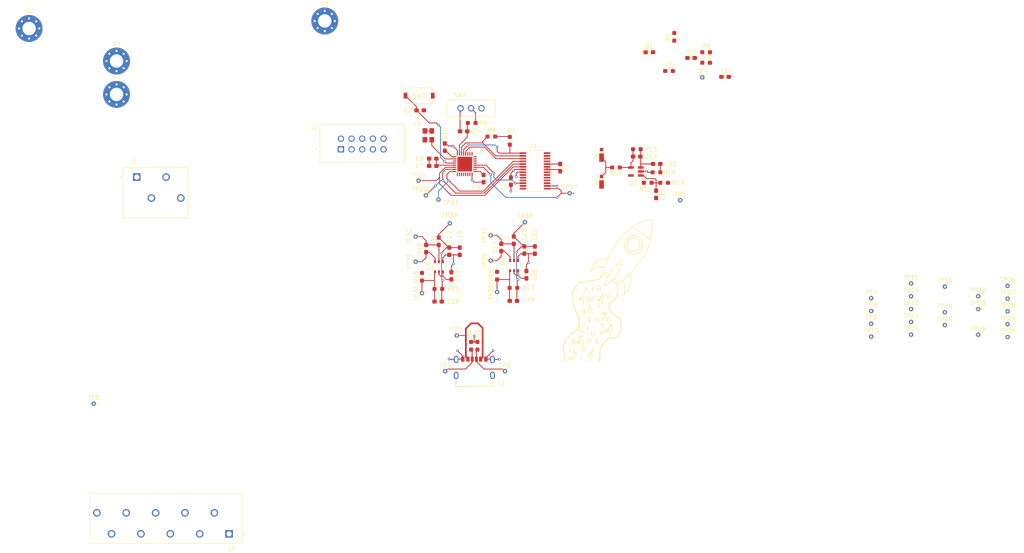
<source format=kicad_pcb>
(kicad_pcb (version 20241229) (generator "pcbnew") (generator_version "9.0")
  (layers (0 "F.Cu" signal) (2 "B.Cu" signal) (13 "F.Paste" user) (15 "B.Paste" user) (5 "F.SilkS" user "F.Silkscreen") (7 "B.SilkS" user "B.Silkscreen") (1 "F.Mask" user) (3 "B.Mask" user) (25 "Edge.Cuts" user))
  (net 0 "")
  (net 1 "GND")
  (net 2 "/VSUP")
  (net 3 "/JACK_IN")
  (net 4 "Net-(C11-Pad2)")
  (net 5 "Net-(C12-Pad2)")
  (net 6 "/GUITAR1")
  (net 7 "/GUITAR4")
  (net 8 "Net-(C12-Pad1)")
  (net 9 "Net-(C13-Pad1)")
  (net 10 "/VIN")
  (net 11 "Net-(D1-A)")
  (net 12 "/OPAMP_OUT")
  (net 13 "Net-(J1-Pad3)")
  (net 14 "Net-(J2-CC1)")
  (net 15 "Net-(J2-CC2)")
  (net 16 "/LED")
  (net 17 "/JACK_OUT")
  (net 19 "/SWDIO")
  (net 21 "/SWCLK")
  (net 22 "/STRST")
  (net 24 "/V5A")
  (net 25 "Net-(R2-Pad1)")
  (net 26 "Net-(R8-Pad1)")
  (net 27 "Net-(U1-PC14-OSC32_1N)")
  (net 28 "/BLCK")
  (net 29 "/WSCLK")
  (net 30 "/SYSCLK")
  (net 31 "Net-(U1-PH3{slash}BOOT0)")
  (net 32 "/I2C_SCLK")
  (net 33 "/GUITAR2")
  (net 35 "/GUITAR3")
  (net 45 "/I2C_SDA")
  (net 46 "/VCOM")
  (net 55 "Net-(U5-BST)")
  (net 56 "Net-(U5-SW)")
  (net 57 "/Digital Voltage Regulator/FB")
  (net 58 "/V3P3D")
  (net 60 "/CRST")
  (net 65 "/Analog Voltage Regulator/FB")
  (net 66 "Net-(U4-SW)")
  (net 67 "Net-(U4-BST)")
  (footprint "Capacitor_SMD:C_0603_1608Metric_Pad1.08x0.95mm_HandSolder" (layer "F.Cu") (at 187.8875 89.8625)
    (property "Reference" "C12")
    (property "Value" "10u")
  )
  (footprint "TestPoint:TestPoint_THTPad_D1.0mm_Drill0.5mm" (layer "F.Cu") (at 131.955001 120.662499 90)
    (property "Reference" "TP31")
    (property "Value" "Test Point")
  )
  (footprint "Capacitor_SMD:C_0603_1608Metric_Pad1.08x0.95mm_HandSolder" (layer "F.Cu") (at 132.955001 110.024999 90)
    (property "Reference" "C16")
    (property "Value" "100n")
  )
  (footprint "Project_Components:ASE24LRT" (layer "F.Cu") (at 133.15 83.1 -90)
    (property "Reference" "Y1")
    (property "Value" "ASE24LRT")
  )
  (footprint "Capacitor_SMD:C_0603_1608Metric_Pad1.08x0.95mm_HandSolder" (layer "F.Cu") (at 141.9 82.1 180)
    (property "Reference" "C5")
    (property "Value" "100n")
  )
  (footprint "TestPoint:TestPoint_THTPad_D1.0mm_Drill0.5mm" (layer "F.Cu") (at 137.5 139.25)
    (property "Reference" "TP3")
    (property "Value" "Test Point")
  )
  (footprint "LOGO" (layer "F.Cu") (at 178.504245 117.09289)
    (property "Reference" "G**" (hide yes))
    (property "Value" "LOGO" (hide yes))
  )
  (footprint "TestPoint:TestPoint_THTPad_D1.0mm_Drill0.5mm" (layer "F.Cu") (at 248.5 118.35)
    (property "Reference" "TP11")
    (property "Value" "Test Point")
  )
  (footprint "Resistor_SMD:R_0603_1608Metric_Pad0.98x0.95mm_HandSolder" (layer "F.Cu") (at 190.8275 67.72)
    (property "Reference" "R5")
    (property "Value" "47")
  )
  (footprint "Capacitor_SMD:C_0603_1608Metric_Pad1.08x0.95mm_HandSolder" (layer "F.Cu") (at 134.5375 90.35 180)
    (property "Reference" "C7")
    (property "Value" "10n")
  )
  (footprint "TestPoint:TestPoint_THTPad_D1.0mm_Drill0.5mm" (layer "F.Cu") (at 132.9 97.35)
    (property "Reference" "TP20")
    (property "Value" "Test Point")
  )
  (footprint "Capacitor_SMD:C_0603_1608Metric_Pad1.08x0.95mm_HandSolder" (layer "F.Cu") (at 150.845 109.7625 90)
    (property "Reference" "C17")
    (property "Value" "100n")
  )
  (footprint "TestPoint:TestPoint_THTPad_D1.0mm_Drill0.5mm" (layer "F.Cu") (at 167.15 96.85)
    (property "Reference" "TP17")
    (property "Value" "Test Point")
  )
  (footprint "TestPoint:TestPoint_THTPad_D1.0mm_Drill0.5mm" (layer "F.Cu") (at 130.455001 107.162499 90)
    (property "Reference" "TP32")
    (property "Value" "Test Point")
  )
  (footprint "TestPoint:TestPoint_THTPad_D1.0mm_Drill0.5mm" (layer "F.Cu") (at 248.5 130.55)
    (property "Reference" "TP15")
    (property "Value" "Test Point")
  )
  (footprint "Resistor_SMD:R_0603_1608Metric_Pad0.98x0.95mm_HandSolder" (layer "F.Cu") (at 131.955001 116.749999 90)
    (property "Reference" "R16")
    (property "Value" "30k")
  )
  (footprint "Capacitor_SMD:C_0603_1608Metric_Pad1.08x0.95mm_HandSolder" (layer "F.Cu") (at 183.1375 88.1125 180)
    (property "Reference" "C13")
    (property "Value" "1n")
  )
  (footprint "TestPoint:TestPoint_THTPad_D1.0mm_Drill0.5mm" (layer "F.Cu") (at 239 124.9)
    (property "Reference" "TP8")
    (property "Value" "Test Point")
  )
  (footprint "TestPoint:TestPoint_THTPad_D1.0mm_Drill0.5mm" (layer "F.Cu") (at 239 127.95)
    (property "Reference" "TP9")
    (property "Value" "Test Point")
  )
  (footprint "TestPoint:TestPoint_THTPad_D1.0mm_Drill0.5mm" (layer "F.Cu") (at 140.25 130.75)
    (property "Reference" "TP1")
    (property "Value" "Test Point")
  )
  (footprint "TestPoint:TestPoint_THTPad_D1.0mm_Drill0.5mm" (layer "F.Cu") (at 53.75 147)
    (property "Reference" "TP5")
    (property "Value" "Test Point")
  )
  (footprint "TestPoint:TestPoint_THTPad_D1.0mm_Drill0.5mm" (layer "F.Cu") (at 248.5 124.45)
    (property "Reference" "TP13")
    (property "Value" "Test Point")
  )
  (footprint "Capacitor_SMD:C_0603_1608Metric_Pad1.08x0.95mm_HandSolder" (layer "F.Cu") (at 158.855 110.4 -90)
    (property "Reference" "C21")
    (property "Value" "22u")
  )
  (footprint "TestPoint:TestPoint_THTPad_D1.0mm_Drill0.5mm" (layer "F.Cu") (at 256.55 119.11)
    (property "Reference" "TP16")
    (property "Value" "Test Point")
  )
  (footprint "Capacitor_SMD:C_0603_1608Metric_Pad1.08x0.95mm_HandSolder" (layer "F.Cu") (at 138.455001 110.662499 -90)
    (property "Reference" "C22")
    (property "Value" "22u")
  )
  (footprint "Project_Components:PTS636" (layer "F.Cu") (at 131.2875 73.6 180)
    (property "Reference" "SW3")
    (property "Value" "PTS636")
  )
  (footprint "Diode_SMD:D_0603_1608Metric_Pad1.05x0.95mm_HandSolder" (layer "F.Cu") (at 186.125 63.25)
    (property "Reference" "D1")
    (property "Value" "D")
  )
  (footprint "TestPoint:TestPoint_THTPad_D1.0mm_Drill0.5mm" (layer "F.Cu") (at 271.5 121.95)
    (property "Reference" "TP27")
    (property "Value" "Test Point")
  )
  (footprint "Resistor_SMD:R_0603_1608Metric_Pad0.98x0.95mm_HandSolder" (layer "F.Cu") (at 143.8125 80.1 180)
    (property "Reference" "R8")
    (property "Value" "10k")
  )
  (footprint "MountingHole:MountingHole_3.2mm_M3_Pad_Via" (layer "F.Cu") (at 38.352944 57.587056)
    (property "Reference" "H2")
    (property "Value" "MountingHole_Pad")
  )
  (footprint "Project_Components:TBL002A-10" (layer "F.Cu") (at 86 178 180)
    (property "Reference" "J3")
    (property "Value" "TBL002A-10")
  )
  (footprint "Resistor_SMD:R_0603_1608Metric_Pad0.98x0.95mm_HandSolder" (layer "F.Cu") (at 149.845 116.4875 90)
    (property "Reference" "R18")
    (property "Value" "62K")
  )
  (footprint "Project_Components:LMV321LILT" (layer "F.Cu") (at 182.925 91.6625 180)
    (property "Reference" "U3")
    (property "Value" "LMV321LILT")
  )
  (footprint "TestPoint:TestPoint_THTPad_D1.0mm_Drill0.5mm" (layer "F.Cu") (at 198.75 69.25)
    (property "Reference" "TP4")
    (property "Value" "Test Point")
  )
  (footprint "Resistor_SMD:R_0603_1608Metric_Pad0.98x0.95mm_HandSolder" (layer "F.Cu") (at 183.1625 86.3625)
    (property "Reference" "R13")
    (property "Value" "4.7k")
  )
  (footprint "TestPoint:TestPoint_THTPad_D1.0mm_Drill0.5mm" (layer "F.Cu") (at 148.345 112.9 90)
    (property "Reference" "TP36")
    (property "Value" "Test Point")
  )
  (footprint "Project_Components:STM32L432KCU6" (layer "F.Cu") (at 142.15 89.915)
    (property "Reference" "U1")
    (property "Value" "STM32L432KCU6")
  )
  (footprint "TestPoint:TestPoint_THTPad_D1.0mm_Drill0.5mm" (layer "F.Cu") (at 271.5 131.1)
    (property "Reference" "TP30")
    (property "Value" "Test Point")
  )
  (footprint "TestPoint:TestPoint_THTPad_D1.0mm_Drill0.5mm" (layer "F.Cu") (at 135.9 98.35)
    (property "Reference" "TP21")
    (property "Value" "Test Point")
  )
  (footprint "Capacitor_SMD:C_0603_1608Metric_Pad1.08x0.95mm_HandSolder" (layer "F.Cu") (at 156.355 110.375 -90)
    (property "Reference" "C23")
    (property "Value" "22u")
  )
  (footprint "Resistor_SMD:R_0603_1608Metric_Pad0.98x0.95mm_HandSolder" (layer "F.Cu") (at 145.17 133.1875 90)
    (property "Reference" "R3")
    (property "Value" "5.1k")
  )
  (footprint "Project_Components:MSS1P4-M3_89A" (layer "F.Cu") (at 174.75 87.7125 90)
    (property "Reference" "D3")
    (property "Value" "MSS1P4-M3_89A")
  )
  (footprint "TestPoint:TestPoint_THTPad_D1.0mm_Drill0.5mm" (layer "F.Cu") (at 193.5 98.5)
    (property "Reference" "TP6")
    (property "Value" "Test Point")
  )
  (footprint "TestPoint:TestPoint_THTPad_D1.0mm_Drill0.5mm" (layer "F.Cu") (at 264.5 124.45)
    (property "Reference" "TP23")
    (property "Value" "Test Point")
  )
  (footprint "TestPoint:TestPoint_THTPad_D1.0mm_Drill0.5mm" (layer "F.Cu") (at 248.5 127.5)
    (property "Reference" "TP14")
    (property "Value" "Test Point")
  )
  (footprint "TestPoint:TestPoint_THTPad_D1.0mm_Drill0.5mm" (layer "F.Cu") (at 131.15 93.85)
    (property "Reference" "TP24")
    (property "Value" "Test Point")
  )
  (footprint "Project_Components:USB-C (power only)" (layer "F.Cu") (at 144.43 139.45)
    (property "Reference" "J2")
    (property "Value" "USB4125-GF-A")
  )
  (footprint "Resistor_SMD:R_0603_1608Metric_Pad0.98x0.95mm_HandSolder" (layer "F.Cu") (at 185.75 94.3625)
    (property "Reference" "R11")
    (property "Value" "10k")
  )
  (footprint "Inductor_SMD:L_0603_1608Metric_Pad1.05x0.95mm_HandSolder" (layer "F.Cu") (at 135.955001 108.287499 90)
    (property "Reference" "L1")
    (property "Value" "10u")
  )
  (footprint "Inductor_SMD:L_0603_1608Metric_Pad1.05x0.95mm_HandSolder" (layer "F.Cu") (at 153.845 108.025 90)
    (property "Reference" "L2")
    (property "Value" "6.8u")
  )
  (footprint "TestPoint:TestPoint_THTPad_D1.0mm_Drill0.5mm" (layer "F.Cu") (at 239 131)
    (property "Reference" "TP10")
    (property "Value" "Test Point")
  )
  (footprint "Project_Components:SBH11-PBPC-D05-ST-BK" (layer "F.Cu") (at 117.73 85.12)
    (property "Reference" "J4")
    (property "Value" "SBH11-PBPC-D05-ST-BK")
  )
  (footprint "Capacitor_SMD:C_0603_1608Metric_Pad1.08x0.95mm_HandSolder" (layer "F.Cu") (at 196.0825 64.61)
    (property "Reference" "C1")
    (property "Value" "100n")
  )
  (footprint "Resistor_SMD:R_0603_1608Metric_Pad0.98x0.95mm_HandSolder" (layer "F.Cu") (at 152.9 84.35 -90)
    (property "Reference" "R7")
    (property "Value" "4.7k")
  )
  (footprint "TestPoint:TestPoint_THTPad_D1.0mm_Drill0.5mm" (layer "F.Cu") (at 156.494999 103.750001)
    (property "Reference" "TP38")
    (property "Value" "Test Point")
  )
  (footprint "TestPoint:TestPoint_THTPad_D1.0mm_Drill0.5mm" (layer "F.Cu") (at 149.845 120.4 90)
    (property "Reference" "TP35")
    (property "Value" "Test Point")
  )
  (footprint "Capacitor_SMD:C_0603_1608Metric_Pad1.08x0.95mm_HandSolder" (layer "F.Cu") (at 153.7425 122.5125 180)
    (property "Reference" "C19")
    (property "Value" "100p")
  )
  (footprint "TestPoint:TestPoint_THTPad_D1.0mm_Drill0.5mm" (layer "F.Cu") (at 138.605 104.0125 90)
    (property "Reference" "TP34")
    (property "Value" "Test Point")
  )
  (footprint "Resistor_SMD:R_0603_1608Metric_Pad0.98x0.95mm_HandSolder" (layer "F.Cu") (at 148.4875 83.35 180)
    (property "Reference" "R9")
    (property "Value" "4.7k")
  )
  (footprint "MountingHole:MountingHole_3.2mm_M3_Pad_Via" (layer "F.Cu") (at 108.802944 55.802944)
    (property "Reference" "H3")
    (property "Value" "MountingHole_Pad")
  )
  (footprint "Capacitor_SMD:C_0603_1608Metric_Pad1.08x0.95mm_HandSolder" (layer "F.Cu") (at 140.965001 110.662499 -90)
    (property "Reference" "C20")
    (property "Value" "22u")
  )
  (footprint "Resistor_SMD:R_0603_1608Metric_Pad0.98x0.95mm_HandSolder" (layer "F.Cu") (at 153.7575 119.4 180)
    (property "Reference" "R17")
    (property "Value" "196K")
  )
  (footprint "Capacitor_SMD:C_0603_1608Metric_Pad1.08x0.95mm_HandSolder" (layer "F.Cu") (at 137.4 85.85 90)
    (property "Reference" "C10")
    (property "Value" "4.7u")
  )
  (footprint "TestPoint:TestPoint_THTPad_D1.0mm_Drill0.5mm" (layer "F.Cu") (at 239 121.85)
    (property "Reference" "TP7")
    (property "Value" "Test Point")
  )
  (footprint "TestPoint:TestPoint_THTPad_D1.0mm_Drill0.5mm" (layer "F.Cu") (at 248.5 121.4)
    (property "Reference" "TP12")
    (property "Value" "Test Point")
  )
  (footprint "TestPoint:TestPoint_THTPad_D1.0mm_Drill0.5mm" (layer "F.Cu") (at 271.5 118.9)
    (property "Reference" "TP26")
    (property "Value" "Test Point")
  )
  (footprint "Project_Components:PCM3060PWR" (layer "F.Cu") (at 158.9 91.525)
    (property "Reference" "U2")
    (property "Value" "PCM3060PWR")
  )
  (footprint "Capacitor_SMD:C_0603_1608Metric_Pad1.08x0.95mm_HandSolder" (layer "F.Cu") (at 164.9 90.7375 -90)
    (property "Reference" "C3")
    (property "Value" "100n")
  )
  (footprint "TestPoint:TestPoint_THTPad_D1.0mm_Drill0.5mm" (layer "F.Cu") (at 264.5 130.55)
    (property "Reference" "TP25")
    (property "Value" "Test Point")
  )
  (footprint "TestPoint:TestPoint_THTPad_D1.0mm_Drill0.5mm" (layer "F.Cu") (at 264.5 121.4)
    (property "Reference" "TP22")
    (property "Value" "Test Point")
  )
  (footprint "Resistor_SMD:R_0603_1608Metric_Pad0.98x0.95mm_HandSolder" (layer "F.Cu") (at 199.6625 65.75)
    (property "Reference" "R2")
    (property "Value" "47")
  )
  (footprint "TestPoint:TestPoint_THTPad_D1.0mm_Drill0.5mm" (layer "F.Cu") (at 151.75 139.25)
    (property "Reference" "TP2")
    (property "Value" "Test Point")
  )
  (footprint "Project_Components:MSS1P4-M3_89A" (layer "F.Cu") (at 174.75 94.1125 90)
    (property "Reference" "D2")
    (property "Value" "MSS1P4-M3_89A")
  )
  (footprint "Resistor_SMD:R_0603_1608Metric_Pad0.98x0.95mm_HandSolder" (layer "F.Cu") (at 187.8375 91.8625)
    (property "Reference" "R10")
    (property "Value" "1k")
  )
  (footprint "Capacitor_SMD:C_0603_1608Metric_Pad1.08x0.95mm_HandSolder" (layer "F.Cu") (at 204.185 69.115)
    (property "Reference" "C6")
    (property "Value" "100n")
  )
  (footprint "Project_Components:EG1218" (layer "F.Cu") (at 143.65 76.6)
    (property "Reference" "SW4")
    (property "Value" "EG1218")
  )
  (footprint "MountingHole:MountingHole_3.2mm_M3_Pad_Via" (layer "F.Cu") (at 59.1875 73.3)
    (property "Reference" "H1")
    (property "Value" "MountingHole_Pad")
  )
  (footprint "TestPoint:TestPoint_THTPad_D1.0mm_Drill0.5mm" (layer "F.Cu") (at 148.345 106.9 90)
    (property "Reference" "TP37")
    (property "Value" "Test Point")
  )
  (footprint "Capacitor_SMD:C_0603_1608Metric_Pad1.08x0.95mm_HandSolder" (layer "F.Cu") (at 134.5375 88.6 180)
    (property "Reference" "C9")
    (property "Value" "1u")
  )
  (footprint "TestPoint:TestPoint_THTPad_D1.0mm_Drill0.5mm" (layer "F.Cu") (at 256.55 128.26)
    (property "Reference" "TP19")
    (property "Value" "Test Point")
  )
  (footprint "Resistor_SMD:R_0603_1608Metric_Pad0.98x0.95mm_HandSolder" (layer "F.Cu") (at 135.867501 119.662499 180)
    (property "Reference" "R15")
    (property "Value" "157k")
  )
  (footprint "TestPoint:TestPoint_THTPad_D1.0mm_Drill0.5mm" (layer "F.Cu") (at 271.5 128.05)
    (property "Reference" "TP29")
    (property "Value" "Test Point")
  )
  (footprint "Project_Components:AP63200WU_7" (layer "F.Cu") (at 136.005 114.362649 90)
    (property "Reference" "U4")
    (property "Value" "AP63200WU-7")
  )
  (footprint "Project_Components:TBL002A-4" (layer "F.Cu") (at 64 93)
    (property "Reference" "J1")
    (property "Value" "TBL002A-4")
  )
  (footprint "Capacitor_SMD:C_0603_1608Metric_Pad1.08x0.95mm_HandSolder" (layer "F.Cu") (at 138.955001 116.524999 90)
    (property "Reference" "C14")
    (property "Value" "10u")
  )
  (footprint "Resistor_SMD:R_0603_1608Metric_Pad0.98x0.95mm_HandSolder" (layer "F.Cu") (at 178.1875 90.7125 180)
    (property "Reference" "R14")
    (property "Value" "1k")
  )
  (footprint "Resistor_SMD:R_0603_1608Metric_Pad0.98x0.95mm_HandSolder" (layer "F.Cu") (at 192.075 59.5875 90)
    (property "Reference" "R1")
    (property "Value" "47")
  )
  (footprint "TestPoint:TestPoint_THTPad_D1.0mm_Drill0.5mm" (layer "F.Cu") (at 271.5 125)
    (property "Reference" "TP28")
    (property "Value" "Test Point")
  )
  (footprint "Resistor_SMD:R_0603_1608Metric_Pad0.98x0.95mm_HandSolder" (layer "F.Cu") (at 199.6625 63.24)
    (property "Reference" "R6")
    (property "Value" "10k")
  )
  (footprint "Capacitor_SMD:C_0603_1608Metric_Pad1.08x0.95mm_HandSolder" (layer "F.Cu") (at 156.845 116.2625 90)
    (property "Reference" "C15")
    (property "Value" "10u")
  )
  (footprint "Capacitor_SMD:C_0603_1608Metric_Pad1.08x0.95mm_HandSolder" (layer "F.Cu") (at 135.817501 122.662499 180)
    (property "Reference" "C18")
    (property "Value" "100p")
  )
  (footprint "Capacitor_SMD:C_0603_1608Metric_Pad1.08x0.95mm_HandSolder" (layer "F.Cu") (at 131.5375 77.1)
    (property "Reference" "C2")
    (property "Value" "100n")
  )
  (footprint "Resistor_SMD:R_0603_1608Metric_Pad0.98x0.95mm_HandSolder" (layer "F.Cu") (at 189.6625 94.3625)
    (property "Reference" "R12")
    (property "Value" "10k")
  )
  (footprint "Capacitor_SMD:C_0603_1608Metric_Pad1.08x0.95mm_HandSolder" (layer "F.Cu") (at 146.65 93.35 -90)
    (property "Reference" "C8")
    (property "Value" "10n")
  )
  (footprint "Capacitor_SMD:C_0603_1608Metric_Pad1.08x0.95mm_HandSolder" (layer "F.Cu") (at 153.15 93.9625 -90)
    (property "Reference" "C4")
    (property "Value" "100n")
  )
  (footprint "Project_Components:AP63200WU_7" (layer "F.Cu") (at 153.904999 114.10015 90)
    (property "Reference" "U5")
    (property "Value" "AP63200WU-7")
  )
  (footprint "MountingHole:MountingHole_3.2mm_M3_Pad_Via" (layer "F.Cu") (at 59.1875 65.35)
    (property "Reference" "H4")
    (property "Value" "MountingHole_Pad")
  )
  (footprint "Capacitor_SMD:C_0603_1608Metric_Pad1.08x0.95mm_HandSolder" (layer "F.Cu") (at 187.75 97.1125 90)
    (property "Reference" "C11")
    (property "Value" "1u")
  )
  (footprint "Resistor_SMD:R_0603_1608Metric_Pad0.98x0.95mm_HandSolder" (layer "F.Cu") (at 143.67 133.1875 -90)
    (property "Reference" "R4")
    (property "Value" "5.1k")
  )
  (footprint "TestPoint:TestPoint_THTPad_D1.0mm_Drill0.5mm" (layer "F.Cu") (at 256.55 125.21)
    (property "Reference" "TP18")
    (property "Value" "Test Point")
  )
  (footprint "TestPoint:TestPoint_THTPad_D1.0mm_Drill0.5mm" (layer "F.Cu") (at 130.455001 113.162499 90)
    (property "Reference" "TP33")
    (property "Value" "Test Point")
  )
  (segment (start 185.75 91.8625) (end 185.5 91.6125) (width 0.2) (layer "F.Cu") (net 1))
  (segment (start 140.4 86.6) (end 139.4 85.6) (width 0.2) (layer "F.Cu") (net 1))
  (segment (start 136.955001 112.162499) (end 137.592501 111.524999) (width 0.2) (layer "F.Cu") (net 1))
  (segment (start 154.4 92.1) (end 154.65 91.85) (width 0.2) (layer "F.Cu") (net 1))
  (segment (start 136.955001 113.162499) (end 136.955001 112.162499) (width 0.2) (layer "F.Cu") (net 1))
  (segment (start 154.845 112.9) (end 154.845 111.9) (width 0.2) (layer "F.Cu") (net 1))
  (segment (start 161.77 90.55) (end 161.77 91.2) (width 0.2) (layer "F.Cu") (net 1))
  (segment (start 148.92 134.35) (end 147.18 136.09) (width 0.2) (layer "F.Cu") (net 1))
  (segment (start 157.345 111.2625) (end 156.345 111.2625) (width 0.2) (layer "F.Cu") (net 1))
  (segment (start 144.42 132.275) (end 144.42 130.85) (width 0.2) (layer "F.Cu") (net 1))
  (segment (start 143.9 92.35) (end 143.9 93.75) (width 0.2) (layer "F.Cu") (net 1))
  (segment (start 138.2625 85.6) (end 137.65 84.9875) (width 0.2) (layer "F.Cu") (net 1))
  (segment (start 156.845 113.9) (end 157.345 113.4) (width 0.2) (layer "F.Cu") (net 1))
  (segment (start 139.455001 111.524999) (end 139.455001 113.662499) (width 0.2) (layer "F.Cu") (net 1))
  (segment (start 141.0375 77.4625) (end 141.15 77.35) (width 0.2) (layer "F.Cu") (net 1))
  (segment (start 164.075735 95.1) (end 164.125735 95.15) (width 0.2) (layer "F.Cu") (net 1))
  (segment (start 140.42 134.35) (end 141.68 135.61) (width 0.2) (layer "F.Cu") (net 1))
  (segment (start 161.77 95.1) (end 164.075735 95.1) (width 0.2) (layer "F.Cu") (net 1))
  (segment (start 154.4 92.85) (end 154.4 92.1) (width 0.2) (layer "F.Cu") (net 1))
  (segment (start 143.67 132.275) (end 144.42 132.275) (width 0.2) (layer "F.Cu") (net 1))
  (segment (start 144.3625 94.2125) (end 143.9 93.75) (width 0.2) (layer "F.Cu") (net 1))
  (segment (start 146.65 94.2125) (end 144.3625 94.2125) (width 0.2) (layer "F.Cu") (net 1))
  (segment (start 138.955001 115.662499) (end 138.955001 114.162499) (width 0.2) (layer "F.Cu") (net 1))
  (segment (start 139.455001 111.524999) (end 138.455001 111.524999) (width 0.2) (layer "F.Cu") (net 1))
  (segment (start 140.11 136.45) (end 138.52 136.45) (width 0.2) (layer "F.Cu") (net 1))
  (segment (start 137.65 84.9875) (end 137.4 84.9875) (width 0.2) (layer "F.Cu") (net 1))
  (segment (start 141.85 136.37) (end 141.92 136.3) (width 0.2) (layer "F.Cu") (net 1))
  (segment (start 137.592501 111.524999) (end 138.455001 111.524999) (width 0.2) (layer "F.Cu") (net 1))
  (segment (start 156.845 115.4) (end 156.845 113.9) (width 0.2) (layer "F.Cu") (net 1))
  (segment (start 133.675 90.35) (end 133.675 88.6) (width 0.2) (layer "F.Cu") (net 1))
  (segment (start 144.42 132.275) (end 145.17 132.275) (width 0.2) (layer "F.Cu") (net 1))
  (segment (start 148.84 136.37) (end 148.92 136.45) (width 0.2) (layer "F.Cu") (net 1))
  (segment (start 138.52 136.45) (end 138.42 136.35) (width 0.2) (layer "F.Cu") (net 1))
  (segment (start 184.1 91.6625) (end 185.45 91.6625) (width 0.2) (layer "F.Cu") (net 1))
  (segment (start 147.18 136.09) (end 147.18 136.37) (width 0.2) (layer "F.Cu") (net 1))
  (segment (start 138.955001 114.162499) (end 139.455001 113.662499) (width 0.2) (layer "F.Cu") (net 1))
  (segment (start 139.4 85.6) (end 138.2625 85.6) (width 0.2) (layer "F.Cu") (net 1))
  (segment (start 147.35 136.37) (end 148.84 136.37) (width 0.2) (layer "F.Cu") (net 1))
  (segment (start 140.965001 111.524999) (end 139.455001 111.524999) (width 0.2) (layer "F.Cu") (net 1))
  (segment (start 185.45 91.6625) (end 185.5 91.6125) (width 0.2) (layer "F.Cu") (net 1))
  (segment (start 153.15 94.825) (end 153.15 96.35) (width 0.2) (layer "F.Cu") (net 1))
  (segment (start 141.0375 82.1) (end 141.0375 77.4625) (width 0.2) (layer "F.Cu") (net 1))
  (segment (start 154.65 91.85) (end 156.03 91.85) (width 0.2) (layer "F.Cu") (net 1))
  (segment (start 141.15 77.35) (end 141.15 76.6) (width 0.2) (layer "F.Cu") (net 1))
  (segment (start 157.345 111.2625) (end 157.345 113.4) (width 0.2) (layer "F.Cu") (net 1))
  (segment (start 155.4825 111.2625) (end 156.345 111.2625) (width 0.2) (layer "F.Cu") (net 1))
  (segment (start 141.85 136.37) (end 140.36 136.37) (width 0.2) (layer "F.Cu") (net 1))
  (segment (start 164.5 91.2) (end 161.77 91.2) (width 0.2) (layer "F.Cu") (net 1))
  (segment (start 140.36 136.37) (end 140.28 136.45) (width 0.2) (layer "F.Cu") (net 1))
  (segment (start 140.4 87.48) (end 140.4 86.6) (width 0.2) (layer "F.Cu") (net 1))
  (segment (start 186.925 91.8625) (end 185.75 91.8625) (width 0.2) (layer "F.Cu") (net 1))
  (segment (start 141.68 135.61) (end 141.68 136.37) (width 0.2) (layer "F.Cu") (net 1))
  (segment (start 154.845 111.9) (end 155.4825 111.2625) (width 0.2) (layer "F.Cu") (net 1))
  (segment (start 150.42 136.45) (end 148.75 136.45) (width 0.2) (layer "F.Cu") (net 1))
  (segment (start 164.9 91.6) (end 164.5 91.2) (width 0.2) (layer "F.Cu") (net 1))
  (segment (start 158.855 111.2625) (end 157.345 111.2625) (width 0.2) (layer "F.Cu") (net 1))
  (via (at 139.455001 113.662499) (size 0.6) (drill 0.3) (layers "F.Cu" "B.Cu") (net 1))
  (via (at 144.42 130.85) (size 0.6) (drill 0.3) (layers "F.Cu" "B.Cu") (net 1))
  (via (at 157.345 113.4) (size 0.6) (drill 0.3) (layers "F.Cu" "B.Cu") (net 1))
  (via (at 154.4 92.85) (size 0.6) (drill 0.3) (layers "F.Cu" "B.Cu") (net 1))
  (via (at 185.5 91.6125) (size 0.6) (drill 0.3) (layers "F.Cu" "B.Cu") (net 1))
  (via (at 148.92 134.35) (size 0.6) (drill 0.3) (layers "F.Cu" "B.Cu") (net 1))
  (via (at 140.42 134.35) (size 0.6) (drill 0.3) (layers "F.Cu" "B.Cu") (net 1))
  (via (at 138.42 136.35) (size 0.6) (drill 0.3) (layers "F.Cu" "B.Cu") (net 1))
  (via (at 143.9 93.75) (size 0.6) (drill 0.3) (layers "F.Cu" "B.Cu") (net 1))
  (via (at 153.15 96.35) (size 0.6) (drill 0.3) (layers "F.Cu" "B.Cu") (net 1))
  (via (at 139.4 85.6) (size 0.6) (drill 0.3) (layers "F.Cu" "B.Cu") (net 1))
  (via (at 150.42 136.45) (size 0.6) (drill 0.3) (layers "F.Cu" "B.Cu") (net 1))
  (via (at 164.125735 95.15) (size 0.6) (drill 0.3) (layers "F.Cu" "B.Cu") (net 1))
  (segment (start 142.91 136.37) (end 142.42 135.88) (width 0.4) (layer "F.Cu") (net 2))
  (segment (start 142.42 129.1) (end 143.67 127.85) (width 0.4) (layer "F.Cu") (net 2))
  (segment (start 140.25 130.75) (end 142.42 130.75) (width 0.2) (layer "F.Cu") (net 2))
  (segment (start 146.42 135.9) (end 145.95 136.37) (width 0.4) (layer "F.Cu") (net 2))
  (segment (start 142.42 130.75) (end 142.42 129.1) (width 0.4) (layer "F.Cu") (net 2))
  (segment (start 146.42 128.975) (end 146.42 135.9) (width 0.4) (layer "F.Cu") (net 2))
  (segment (start 145.295 127.85) (end 146.42 128.975) (width 0.4) (layer "F.Cu") (net 2))
  (segment (start 142.42 135.88) (end 142.42 130.75) (width 0.4) (layer "F.Cu") (net 2))
  (segment (start 143.67 127.85) (end 145.295 127.85) (width 0.4) (layer "F.Cu") (net 2))
  (segment (start 187.75 94.3625) (end 187.75 93.6125) (width 0.2) (layer "F.Cu") (net 4))
  (segment (start 187.5 93.3625) (end 185.5 93.3625) (width 0.2) (layer "F.Cu") (net 4))
  (segment (start 185.5 93.3625) (end 184.75 92.6125) (width 0.2) (layer "F.Cu") (net 4))
  (segment (start 187.75 93.6125) (end 187.5 93.3625) (width 0.2) (layer "F.Cu") (net 4))
  (segment (start 187.75 94.3625) (end 187.75 96.25) (width 0.2) (layer "F.Cu") (net 4))
  (segment (start 188.75 94.3625) (end 187.75 94.3625) (width 0.2) (layer "F.Cu") (net 4))
  (segment (start 184.75 92.6125) (end 184.1 92.6125) (width 0.2) (layer "F.Cu") (net 4))
  (segment (start 187.75 94.3625) (end 186.6625 94.3625) (width 0.2) (layer "F.Cu") (net 4))
  (segment (start 188.75 89.8625) (end 188.75 91.8625) (width 0.2) (layer "F.Cu") (net 5))
  (segment (start 184.075 89.8625) (end 184.075 90.6875) (width 0.2) (layer "F.Cu") (net 8))
  (segment (start 184.075 86.3625) (end 184.075 89.8625) (width 0.2) (layer "F.Cu") (net 8))
  (segment (start 184.075 90.6875) (end 184.1 90.7125) (width 0.2) (layer "F.Cu") (net 8))
  (segment (start 187.025 89.8625) (end 184.075 89.8625) (width 0.2) (layer "F.Cu") (net 8))
  (segment (start 181.75 90.7125) (end 179.1 90.7125) (width 0.2) (layer "F.Cu") (net 9))
  (segment (start 182.25 86.3625) (end 182.25 89.1125) (width 0.2) (layer "F.Cu") (net 9))
  (segment (start 182.25 89.1125) (end 181.75 89.6125) (width 0.2) (layer "F.Cu") (net 9))
  (segment (start 181.75 89.6125) (end 181.75 90.7125) (width 0.2) (layer "F.Cu") (net 9))
  (segment (start 155.57 117.125) (end 156.845 117.125) (width 0.2) (layer "F.Cu") (net 10))
  (segment (start 136.955001 116.662499) (end 137.680001 117.387499) (width 0.2) (layer "F.Cu") (net 10))
  (segment (start 154.845 116.4) (end 154.345 116.4) (width 0.2) (layer "F.Cu") (net 10))
  (segment (start 154.845 116.4) (end 155.57 117.125) (width 0.2) (layer "F.Cu") (net 10))
  (segment (start 154.345 116.4) (end 153.894999 115.949999) (width 0.2) (layer "F.Cu") (net 10))
  (segment (start 136.955001 115.562799) (end 136.955001 116.662499) (width 0.2) (layer "F.Cu") (net 10))
  (segment (start 137.680001 117.387499) (end 138.955001 117.387499) (width 0.2) (layer "F.Cu") (net 10))
  (segment (start 153.894999 115.949999) (end 153.894999 115.3003) (width 0.2) (layer "F.Cu") (net 10))
  (segment (start 136.455001 116.662499) (end 136.005 116.212498) (width 0.2) (layer "F.Cu") (net 10))
  (segment (start 136.955001 116.662499) (end 136.455001 116.662499) (width 0.2) (layer "F.Cu") (net 10))
  (segment (start 136.005 116.212498) (end 136.005 115.562799) (width 0.2) (layer "F.Cu") (net 10))
  (segment (start 154.845 115.3003) (end 154.845 116.4) (width 0.2) (layer "F.Cu") (net 10))
  (segment (start 175.75 89.3625) (end 175.75 90.7125) (width 0.2) (layer "F.Cu") (net 12))
  (segment (start 174.75 92.8625) (end 175.75 91.8625) (width 0.2) (layer "F.Cu") (net 12))
  (segment (start 174.75 88.3625) (end 175.75 89.3625) (width 0.2) (layer "F.Cu") (net 12))
  (segment (start 175.75 91.8625) (end 175.75 90.7125) (width 0.2) (layer "F.Cu") (net 12))
  (segment (start 177.275 90.7125) (end 175.75 90.7125) (width 0.2) (layer "F.Cu") (net 12))
  (segment (start 142.35 138.75) (end 138 138.75) (width 0.2) (layer "F.Cu") (net 14))
  (segment (start 143.93 136.37) (end 143.93 137.17) (width 0.2) (layer "F.Cu") (net 14))
  (segment (start 138 138.75) (end 137.5 139.25) (width 0.2) (layer "F.Cu") (net 14))
  (segment (start 143.93 134.36) (end 143.67 134.1) (width 0.2) (layer "F.Cu") (net 14))
  (segment (start 143.93 136.37) (end 143.93 134.36) (width 0.2) (layer "F.Cu") (net 14))
  (segment (start 143.93 137.17) (end 142.35 138.75) (width 0.2) (layer "F.Cu") (net 14))
  (segment (start 144.93 136.37) (end 144.93 136.932) (width 0.2) (layer "F.Cu") (net 15))
  (segment (start 144.93 134.34) (end 145.17 134.1) (width 0.2) (layer "F.Cu") (net 15))
  (segment (start 144.93 136.37) (end 144.93 134.34) (width 0.2) (layer "F.Cu") (net 15))
  (segment (start 151.250001 138.750001) (end 151.75 139.25) (width 0.2) (layer "F.Cu") (net 15))
  (segment (start 146.748001 138.750001) (end 151.250001 138.750001) (width 0.2) (layer "F.Cu") (net 15))
  (segment (start 144.93 136.932) (end 146.748001 138.750001) (width 0.2) (layer "F.Cu") (net 15))
  (segment (start 137.715 89.665) (end 137.4 89.35) (width 0.2) (layer "F.Cu") (net 22))
  (segment (start 128.037499 73.6) (end 130.675 76.237501) (width 0.2) (layer "F.Cu") (net 22))
  (segment (start 135.9 80.6) (end 135.4 80.1) (width 0.2) (layer "F.Cu") (net 22))
  (segment (start 133.675 80.1) (end 130.675 77.1) (width 0.2) (layer "F.Cu") (net 22))
  (segment (start 139.715 89.665) (end 137.715 89.665) (width 0.2) (layer "F.Cu") (net 22))
  (segment (start 130.675 76.237501) (end 130.675 77.1) (width 0.2) (layer "F.Cu") (net 22))
  (segment (start 135.4 80.1) (end 133.675 80.1) (width 0.2) (layer "F.Cu") (net 22))
  (via (at 135.9 80.6) (size 0.6) (drill 0.3) (layers "F.Cu" "B.Cu") (net 22))
  (via (at 137.4 89.35) (size 0.6) (drill 0.3) (layers "F.Cu" "B.Cu") (net 22))
  (segment (start 136.4 88.35) (end 137.4 89.35) (width 0.2) (layer "B.Cu") (net 22))
  (segment (start 135.9 80.6) (end 136.4 81.1) (width 0.2) (layer "B.Cu") (net 22))
  (segment (start 136.4 81.1) (end 136.4 88.35) (width 0.2) (layer "B.Cu") (net 22))
  (segment (start 136.605 111.162499) (end 136.605 111.0125) (width 0.2) (layer "F.Cu") (net 24))
  (segment (start 140.965001 109.799999) (end 138.455001 109.799999) (width 0.2) (layer "F.Cu") (net 24))
  (segment (start 136.780001 117.837499) (end 136.780001 119.662499) (width 0.2) (layer "F.Cu") (net 24))
  (segment (start 136.605 111.0125) (end 137.817501 109.799999) (width 0.2) (layer "F.Cu") (net 24))
  (segment (start 138.342501 109.799999) (end 135.955001 107.412499) (width 0.2) (layer "F.Cu") (net 24))
  (segment (start 135.955001 106.662499) (end 138.605 104.0125) (width 0.2) (layer "F.Cu") (net 24))
  (segment (start 136.955001 117.662499) (end 136.780001 117.837499) (width 0.2) (layer "F.Cu") (net 24))
  (segment (start 139.715 90.165) (end 135.585 90.165) (width 0.2) (layer "F.Cu") (net 24))
  (segment (start 164.875 89.9) (end 164.9 89.875) (width 0.2) (layer "F.Cu") (net 24))
  (segment (start 161.77 89.9) (end 164.875 89.9) (width 0.2) (layer "F.Cu") (net 24))
  (segment (start 136.680001 119.762499) (end 136.780001 119.662499) (width 0.2) (layer "F.Cu") (net 24))
  (segment (start 135.955001 107.412499) (end 135.955001 106.662499) (width 0.2) (layer "F.Cu") (net 24))
  (segment (start 135.4 90.35) (end 135.4 88.6) (width 0.2) (layer "F.Cu") (net 24))
  (segment (start 137.817501 109.799999) (end 138.455001 109.799999) (width 0.2) (layer "F.Cu") (net 24))
  (segment (start 135.585 90.165) (end 135.4 90.35) (width 0.2) (layer "F.Cu") (net 24))
  (segment (start 138.455001 109.799999) (end 138.342501 109.799999) (width 0.2) (layer "F.Cu") (net 24))
  (segment (start 136.680001 122.662499) (end 136.680001 119.762499) (width 0.2) (layer "F.Cu") (net 24))
  (via (at 136.605 111.162499) (size 0.6) (drill 0.3) (layers "F.Cu" "B.Cu") (net 24))
  (via (at 136.955001 117.662499) (size 0.6) (drill 0.3) (layers "F.Cu" "B.Cu") (net 24))
  (segment (start 136.605 117.312498) (end 136.955001 117.662499) (width 0.2) (layer "B.Cu") (net 24))
  (segment (start 136.605 111.162499) (end 136.605 117.312498) (width 0.2) (layer "B.Cu") (net 24))
  (segment (start 144.725 77.675) (end 143.65 76.6) (width 0.2) (layer "F.Cu") (net 26))
  (segment (start 144.725 80.1) (end 144.725 77.675) (width 0.2) (layer "F.Cu") (net 26))
  (segment (start 139.715 88.665) (end 137.465 88.665) (width 0.2) (layer "F.Cu") (net 27))
  (segment (start 137.465 88.665) (end 134.3 85.5) (width 0.2) (layer "F.Cu") (net 27))
  (segment (start 134.3 85.5) (end 134.3 84.1) (width 0.2) (layer "F.Cu") (net 27))
  (segment (start 139.715 91.165) (end 137.6521 91.165) (width 0.2) (layer "F.Cu") (net 28))
  (segment (start 137.6521 91.165) (end 136.9 91.9171) (width 0.2) (layer "F.Cu") (net 28))
  (segment (start 135.15 95.1) (end 132.9 97.35) (width 0.2) (layer "F.Cu") (net 28))
  (segment (start 136.950326 93.799674) (end 136.9 93.749348) (width 0.2) (layer "F.Cu") (net 28))
  (segment (start 146.831472 96.81645) (end 153.747922 89.9) (width 0.2) (layer "F.Cu") (net 28))
  (segment (start 136.950326 93.799674) (end 139.967102 96.81645) (width 0.2) (layer "F.Cu") (net 28))
  (segment (start 153.747922 89.9) (end 156.03 89.9) (width 0.2) (layer "F.Cu") (net 28))
  (segment (start 136.9 91.9171) (end 136.9 93.749348) (width 0.2) (layer "F.Cu") (net 28))
  (segment (start 139.967102 96.81645) (end 146.831472 96.81645) (width 0.2) (layer "F.Cu") (net 28))
  (via (at 135.15 95.1) (size 0.6) (drill 0.3) (layers "F.Cu" "B.Cu") (net 28))
  (via (at 136.950326 93.799674) (size 0.6) (drill 0.3) (layers "F.Cu" "B.Cu") (net 28))
  (segment (start 135.15 95.1) (end 136.4 93.85) (width 0.2) (layer "B.Cu") (net 28))
  (segment (start 136.4 93.85) (end 136.9 93.85) (width 0.2) (layer "B.Cu") (net 28))
  (segment (start 136.9 93.85) (end 136.950326 93.799674) (width 0.2) (layer "B.Cu") (net 28))
  (segment (start 146.600002 96.35) (end 153.700002 89.25) (width 0.2) (layer "F.Cu") (net 29))
  (segment (start 137.9 92.35) (end 137.9 93.35) (width 0.2) (layer "F.Cu") (net 29))
  (segment (start 138.585 91.665) (end 137.9 92.35) (width 0.2) (layer "F.Cu") (net 29))
  (segment (start 139.715 91.665) (end 138.585 91.665) (width 0.2) (layer "F.Cu") (net 29))
  (segment (start 138.4 93.85) (end 140.9 96.35) (width 0.2) (layer "F.Cu") (net 29))
  (segment (start 153.700002 89.25) (end 156.03 89.25) (width 0.2) (layer "F.Cu") (net 29))
  (segment (start 137.9 93.35) (end 138.4 93.85) (width 0.2) (layer "F.Cu") (net 29))
  (segment (start 140.9 96.35) (end 146.600002 96.35) (width 0.2) (layer "F.Cu") (net 29))
  (via (at 138.4 93.85) (size 0.6) (drill 0.3) (layers "F.Cu" "B.Cu") (net 29))
  (segment (start 135.9 96.35) (end 135.9 98.35) (width 0.2) (layer "B.Cu") (net 29))
  (segment (start 138.4 93.85) (end 135.9 96.35) (width 0.2) (layer "B.Cu") (net 29))
  (segment (start 137.585 90.665) (end 136.15 92.1) (width 0.2) (layer "F.Cu") (net 30))
  (segment (start 153.7 90.55) (end 156.03 90.55) (width 0.2) (layer "F.Cu") (net 30))
  (segment (start 135.4 93.85) (end 136.15 93.1) (width 0.2) (layer "F.Cu") (net 30))
  (segment (start 136.15 92.1) (end 136.15 93.1) (width 0.2) (layer "F.Cu") (net 30))
  (segment (start 138.9 97.35) (end 146.9 97.35) (width 0.2) (layer "F.Cu") (net 30))
  (segment (start 136.15 93.1) (end 136.15 94.6) (width 0.2) (layer "F.Cu") (net 30))
  (segment (start 131.15 93.85) (end 135.4 93.85) (width 0.2) (layer "F.Cu") (net 30))
  (segment (start 146.9 97.35) (end 153.7 90.55) (width 0.2) (layer "F.Cu") (net 30))
  (segment (start 139.715 90.665) (end 137.585 90.665) (width 0.2) (layer "F.Cu") (net 30))
  (segment (start 136.15 94.6) (end 138.9 97.35) (width 0.2) (layer "F.Cu") (net 30))
  (segment (start 140.9 85.35) (end 142.7625 83.4875) (width 0.2) (layer "F.Cu") (net 31))
  (segment (start 142.7625 80.2375) (end 142.9 80.1) (width 0.2) (layer "F.Cu") (net 31))
  (segment (start 140.9 87.48) (end 140.9 85.35) (width 0.2) (layer "F.Cu") (net 31))
  (segment (start 142.7625 83.4875) (end 142.7625 82.1) (width 0.2) (layer "F.Cu") (net 31))
  (segment (start 142.7625 82.1) (end 142.7625 80.2375) (width 0.2) (layer "F.Cu") (net 31))
  (segment (start 152.9 87.3) (end 156.03 87.3) (width 0.2) (layer "F.Cu") (net 32))
  (segment (start 149.9 86.85) (end 150.35 87.3) (width 0.2) (layer "F.Cu") (net 32))
  (segment (start 149.9 85.85) (end 149.9 86.85) (width 0.2) (layer "F.Cu") (net 32))
  (segment (start 141.9 87.48) (end 141.9 86.45) (width 0.2) (layer "F.Cu") (net 32))
  (segment (start 150.35 87.3) (end 152.9 87.3) (width 0.2) (layer "F.Cu") (net 32))
  (segment (start 152.9 85.2625) (end 152.9 87.3) (width 0.2) (layer "F.Cu") (net 32))
  (segment (start 141.9 86.45) (end 142.9 85.45) (width 0.2) (layer "F.Cu") (net 32))
  (via (at 142.9 85.45) (size 0.6) (drill 0.3) (layers "F.Cu" "B.Cu") (net 32))
  (via (at 149.9 85.85) (size 0.6) (drill 0.3) (layers "F.Cu" "B.Cu") (net 32))
  (segment (start 149.4 85.35) (end 149.9 85.85) (width 0.2) (layer "B.Cu") (net 32))
  (segment (start 142.9 85.45) (end 143 85.35) (width 0.2) (layer "B.Cu") (net 32))
  (segment (start 143 85.35) (end 149.4 85.35) (width 0.2) (layer "B.Cu") (net 32))
  (segment (start 143.4 85.85) (end 142.4 86.85) (width 0.2) (layer "F.Cu") (net 33))
  (segment (start 142.4 86.85) (end 142.4 87.48) (width 0.2) (layer "F.Cu") (net 33))
  (segment (start 146.86645 85.85) (end 143.4 85.85) (width 0.2) (layer "F.Cu") (net 33))
  (segment (start 156.03 88.6) (end 149.61645 88.6) (width 0.2) (layer "F.Cu") (net 33))
  (segment (start 149.61645 88.6) (end 146.86645 85.85) (width 0.2) (layer "F.Cu") (net 33))
  (segment (start 147.215 90.165) (end 144.585 90.165) (width 0.2) (layer "F.Cu") (net 35))
  (segment (start 149.084313 92.034313) (end 147.215 90.165) (width 0.2) (layer "F.Cu") (net 35))
  (segment (start 154.15 94.45) (end 156.03 94.45) (width 0.2) (layer "F.Cu") (net 35))
  (via (at 154.15 94.45) (size 0.6) (drill 0.3) (layers "F.Cu" "B.Cu") (net 35))
  (via (at 149.084313 92.034313) (size 0.6) (drill 0.3) (layers "F.Cu" "B.Cu") (net 35))
  (segment (start 149.084313 93.034313) (end 149.768626 93.718626) (width 0.2) (layer "B.Cu") (net 35))
  (segment (start 149.084313 92.034313) (end 149.084313 93.034313) (width 0.2) (layer "B.Cu") (net 35))
  (segment (start 153.418626 93.718626) (end 154.15 94.45) (width 0.2) (layer "B.Cu") (net 35))
  (segment (start 149.768626 93.718626) (end 153.418626 93.718626) (width 0.2) (layer "B.Cu") (net 35))
  (segment (start 146.43355 84.85) (end 142.4 84.85) (width 0.2) (layer "F.Cu") (net 45))
  (segment (start 156.03 87.95) (end 149.53355 87.95) (width 0.2) (layer "F.Cu") (net 45))
  (segment (start 142.4 84.85) (end 141.4 85.85) (width 0.2) (layer "F.Cu") (net 45))
  (segment (start 146.43355 84.49145) (end 147.575 83.35) (width 0.2) (layer "F.Cu") (net 45))
  (segment (start 146.43355 84.85) (end 146.43355 84.49145) (width 0.2) (layer "F.Cu") (net 45))
  (segment (start 149.53355 87.95) (end 146.43355 84.85) (width 0.2) (layer "F.Cu") (net 45))
  (segment (start 141.4 85.85) (end 141.4 87.48) (width 0.2) (layer "F.Cu") (net 45))
  (segment (start 149.845 112.9) (end 150.845 111.9) (width 0.2) (layer "F.Cu") (net 55))
  (segment (start 148.345 112.9) (end 149.845 112.9) (width 0.2) (layer "F.Cu") (net 55))
  (segment (start 152.944998 111.999998) (end 151.57 110.625) (width 0.2) (layer "F.Cu") (net 55))
  (segment (start 150.845 111.9) (end 150.845 110.625) (width 0.2) (layer "F.Cu") (net 55))
  (segment (start 152.944998 112.9) (end 152.944998 111.999998) (width 0.2) (layer "F.Cu") (net 55))
  (segment (start 151.57 110.625) (end 150.845 110.625) (width 0.2) (layer "F.Cu") (net 55))
  (segment (start 153.894999 109.449999) (end 153.894999 112.9) (width 0.2) (layer "F.Cu") (net 56))
  (segment (start 150.845 108.9) (end 153.845 108.9) (width 0.2) (layer "F.Cu") (net 56))
  (segment (start 153.845 108.9) (end 153.845 109.4) (width 0.2) (layer "F.Cu") (net 56))
  (segment (start 150.845 107.9) (end 150.845 108.9) (width 0.2) (layer "F.Cu") (net 56))
  (segment (start 153.845 109.4) (end 153.894999 109.449999) (width 0.2) (layer "F.Cu") (net 56))
  (segment (start 149.845 106.9) (end 150.845 107.9) (width 0.2) (layer "F.Cu") (net 56))
  (segment (start 148.345 106.9) (end 149.845 106.9) (width 0.2) (layer "F.Cu") (net 56))
  (segment (start 149.845 117.4) (end 149.845 120.4) (width 0.2) (layer "F.Cu") (net 57))
  (segment (start 152.845 117.4) (end 152.845 115.400298) (width 0.2) (layer "F.Cu") (net 57))
  (segment (start 149.845 117.4) (end 152.845 117.4) (width 0.2) (layer "F.Cu") (net 57))
  (segment (start 152.845 117.4) (end 152.845 119.4) (width 0.2) (layer "F.Cu") (net 57))
  (segment (start 152.845 119.4) (end 152.845 122.4) (width 0.2) (layer "F.Cu") (net 57))
  (segment (start 152.845 115.400298) (end 152.944998 115.3003) (width 0.2) (layer "F.Cu") (net 57))
  (segment (start 154.494999 110.750001) (end 155.7075 109.5375) (width 0.2) (layer "F.Cu") (net 58))
  (segment (start 154.57 119.5) (end 154.67 119.4) (width 0.2) (layer "F.Cu") (net 58))
  (segment (start 152.725 83.35) (end 152.8125 83.4375) (width 0.2) (layer "F.Cu") (net 58))
  (segment (start 139.1025 88.165) (end 137.65 86.7125) (width 0.2) (layer "F.Cu") (net 58))
  (segment (start 154.57 122.4) (end 154.57 119.5) (width 0.2) (layer "F.Cu") (net 58))
  (segment (start 145.8275 91.665) (end 146.65 92.4875) (width 0.2) (layer "F.Cu") (net 58))
  (segment (start 155.7075 109.5375) (end 156.345 109.5375) (width 0.2) (layer "F.Cu") (net 58))
  (segment (start 153.15 92.1) (end 153.775 91.475) (width 0.2) (layer "F.Cu") (net 58))
  (segment (start 154.67 117.575) (end 154.67 119.4) (width 0.2) (layer "F.Cu") (net 58))
  (segment (start 156.345 109.5375) (end 156.2325 109.5375) (width 0.2) (layer "F.Cu") (net 58))
  (segment (start 137.65 86.7125) (end 137.4 86.7125) (width 0.2) (layer "F.Cu") (net 58))
  (segment (start 153.15 93.1) (end 153.15 92.1) (width 0.2) (layer "F.Cu") (net 58))
  (segment (start 154.845 117.4) (end 154.67 117.575) (width 0.2) (layer "F.Cu") (net 58))
  (segment (start 139.715 88.165) (end 139.1025 88.165) (width 0.2) (layer "F.Cu") (net 58))
  (segment (start 134.3 82) (end 132.65 82) (width 0.2) (layer "F.Cu") (net 58))
  (segment (start 153.845 106.4) (end 156.494999 103.750001) (width 0.2) (layer "F.Cu") (net 58))
  (segment (start 144.585 91.665) (end 145.8275 91.665) (width 0.2) (layer "F.Cu") (net 58))
  (segment (start 154.494999 110.9) (end 154.494999 110.750001) (width 0.2) (layer "F.Cu") (net 58))
  (segment (start 153.845 107.15) (end 153.845 106.4) (width 0.2) (layer "F.Cu") (net 58))
  (segment (start 153.775 91.475) (end 154.05 91.2) (width 0.2) (layer "F.Cu") (net 58))
  (segment (start 158.855 109.5375) (end 156.345 109.5375) (width 0.2) (layer "F.Cu") (net 58))
  (segment (start 156.2325 109.5375) (end 153.845 107.15) (width 0.2) (layer "F.Cu") (net 58))
  (segment (start 154.05 91.2) (end 156.03 91.2) (width 0.2) (layer "F.Cu") (net 58))
  (segment (start 152.8125 83.4375) (end 152.9 83.4375) (width 0.2) (layer "F.Cu") (net 58))
  (segment (start 149.4 83.35) (end 152.725 83.35) (width 0.2) (layer "F.Cu") (net 58))
  (via (at 154.845 117.4) (size 0.6) (drill 0.3) (layers "F.Cu" "B.Cu") (net 58))
  (via (at 154.494999 110.9) (size 0.6) (drill 0.3) (layers "F.Cu" "B.Cu") (net 58))
  (via (at 153.775 91.475) (size 0.6) (drill 0.3) (layers "F.Cu" "B.Cu") (net 58))
  (segment (start 154.494999 110.9) (end 154.494999 117.049999) (width 0.2) (layer "B.Cu") (net 58))
  (segment (start 154.494999 117.049999) (end 154.845 117.4) (width 0.2) (layer "B.Cu") (net 58))
  (segment (start 165.15 96.85) (end 165.15 96.35) (width 0.2) (layer "F.Cu") (net 60))
  (segment (start 164.15 97.85) (end 165.15 96.85) (width 0.2) (layer "F.Cu") (net 60))
  (segment (start 165.15 96.35) (end 164.55 95.75) (width 0.2) (layer "F.Cu") (net 60))
  (segment (start 161.77 95.75) (end 164.55 95.75) (width 0.2) (layer "F.Cu") (net 60))
  (segment (start 148.288056 92.36943) (end 146.583626 90.665) (width 0.2) (layer "F.Cu") (net 60))
  (segment (start 165.15 96.85) (end 168.15 96.85) (width 0.2) (layer "F.Cu") (net 60))
  (segment (start 148.357883 92.36943) (end 148.288056 92.36943) (width 0.2) (layer "F.Cu") (net 60))
  (segment (start 146.583626 90.665) (end 144.585 90.665) (width 0.2) (layer "F.Cu") (net 60))
  (via (at 148.357883 92.36943) (size 0.6) (drill 0.3) (layers "F.Cu" "B.Cu") (net 60))
  (via (at 164.15 97.85) (size 0.6) (drill 0.3) (layers "F.Cu" "B.Cu") (net 60))
  (segment (start 151.9 97.85) (end 164.15 97.85) (width 0.2) (layer "B.Cu") (net 60))
  (segment (start 148.357883 92.36943) (end 148.357883 94.307883) (width 0.2) (layer "B.Cu") (net 60))
  (segment (start 148.357883 94.307883) (end 151.9 97.85) (width 0.2) (layer "B.Cu") (net 60))
  (segment (start 131.955001 117.662499) (end 134.955001 117.662499) (width 0.2) (layer "F.Cu") (net 65))
  (segment (start 134.955001 115.662797) (end 135.054999 115.562799) (width 0.2) (layer "F.Cu") (net 65))
  (segment (start 131.955001 117.662499) (end 131.955001 120.662499) (width 0.2) (layer "F.Cu") (net 65))
  (segment (start 134.955001 117.662499) (end 134.955001 119.662499) (width 0.2) (layer "F.Cu") (net 65))
  (segment (start 134.955001 117.662499) (end 134.955001 115.662797) (width 0.2) (layer "F.Cu") (net 65))
  (segment (start 134.955001 119.662499) (end 134.955001 122.662499) (width 0.2) (layer "F.Cu") (net 65))
  (segment (start 130.455001 107.162499) (end 131.955001 107.162499) (width 0.2) (layer "F.Cu") (net 66))
  (segment (start 131.955001 107.162499) (end 132.955001 108.162499) (width 0.2) (layer "F.Cu") (net 66))
  (segment (start 135.955001 109.162499) (end 135.955001 109.662499) (width 0.2) (layer "F.Cu") (net 66))
  (segment (start 136.005 109.712498) (end 136.005 113.162499) (width 0.2) (layer "F.Cu") (net 66))
  (segment (start 132.955001 108.162499) (end 132.955001 109.162499) (width 0.2) (layer "F.Cu") (net 66))
  (segment (start 132.955001 109.162499) (end 135.955001 109.162499) (width 0.2) (layer "F.Cu") (net 66))
  (segment (start 135.955001 109.662499) (end 136.005 109.712498) (width 0.2) (layer "F.Cu") (net 66))
  (segment (start 132.955001 112.162499) (end 132.955001 110.887499) (width 0.2) (layer "F.Cu") (net 67))
  (segment (start 130.455001 113.162499) (end 131.955001 113.162499) (width 0.2) (layer "F.Cu") (net 67))
  (segment (start 133.680001 110.887499) (end 132.955001 110.887499) (width 0.2) (layer "F.Cu") (net 67))
  (segment (start 131.955001 113.162499) (end 132.955001 112.162499) (width 0.2) (layer "F.Cu") (net 67))
  (segment (start 135.054999 113.162499) (end 135.054999 112.262497) (width 0.2) (layer "F.Cu") (net 67))
  (segment (start 135.054999 112.262497) (end 133.680001 110.887499) (width 0.2) (layer "F.Cu") (net 67))
)
</source>
